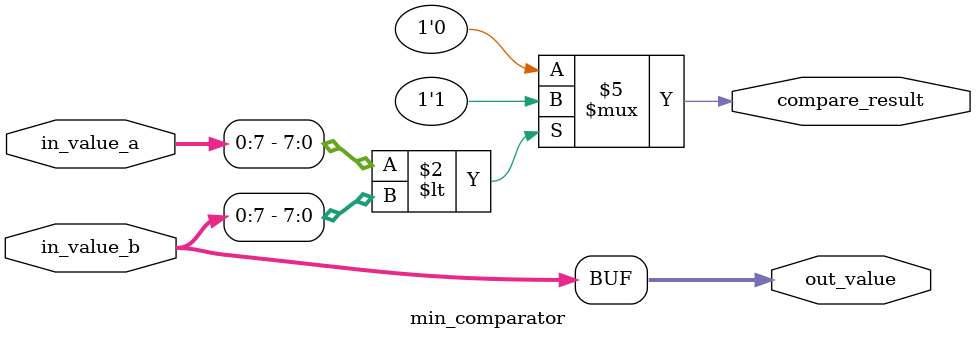
<source format=v>
`timescale 1ns / 1ps

module min_comparator(in_value_a, in_value_b, compare_result, out_value);
input signed [0:12] in_value_a; // value a + index 8+5 bits
input signed [0:12] in_value_b; // value b+ index 8+5 bits
output reg  compare_result; // binary 1 or 0
output reg [0:12] out_value; // value+index

always @(in_value_a or in_value_b)
begin
if(in_value_a[0:7]<in_value_b[0:7]) compare_result <= 1;
else  compare_result <= 0;

if(compare_result) out_value <= in_value_a;
else out_value <= in_value_b;
       
end

endmodule

</source>
